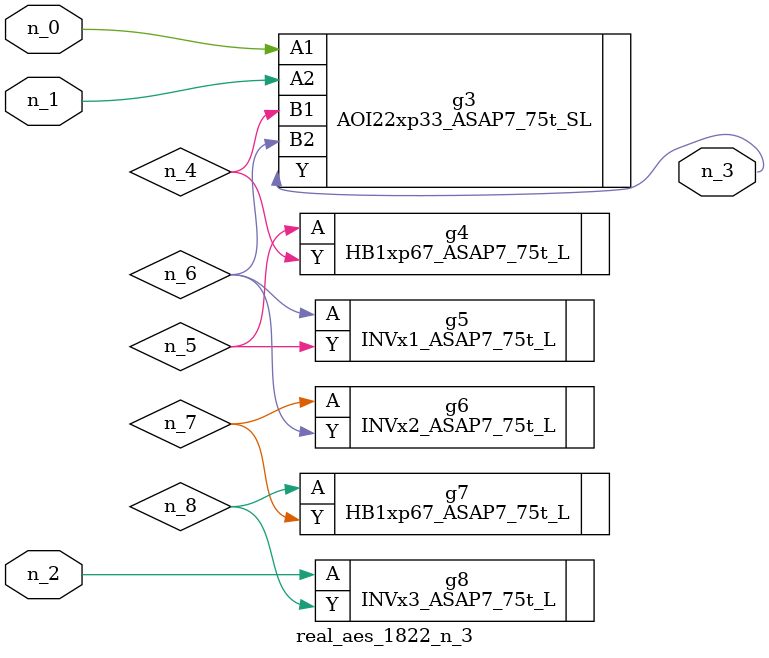
<source format=v>
module real_aes_1822_n_3 (n_0, n_2, n_1, n_3);
input n_0;
input n_2;
input n_1;
output n_3;
wire n_4;
wire n_5;
wire n_7;
wire n_8;
wire n_6;
AOI22xp33_ASAP7_75t_SL g3 ( .A1(n_0), .A2(n_1), .B1(n_4), .B2(n_6), .Y(n_3) );
INVx3_ASAP7_75t_L g8 ( .A(n_2), .Y(n_8) );
HB1xp67_ASAP7_75t_L g4 ( .A(n_5), .Y(n_4) );
INVx1_ASAP7_75t_L g5 ( .A(n_6), .Y(n_5) );
INVx2_ASAP7_75t_L g6 ( .A(n_7), .Y(n_6) );
HB1xp67_ASAP7_75t_L g7 ( .A(n_8), .Y(n_7) );
endmodule
</source>
